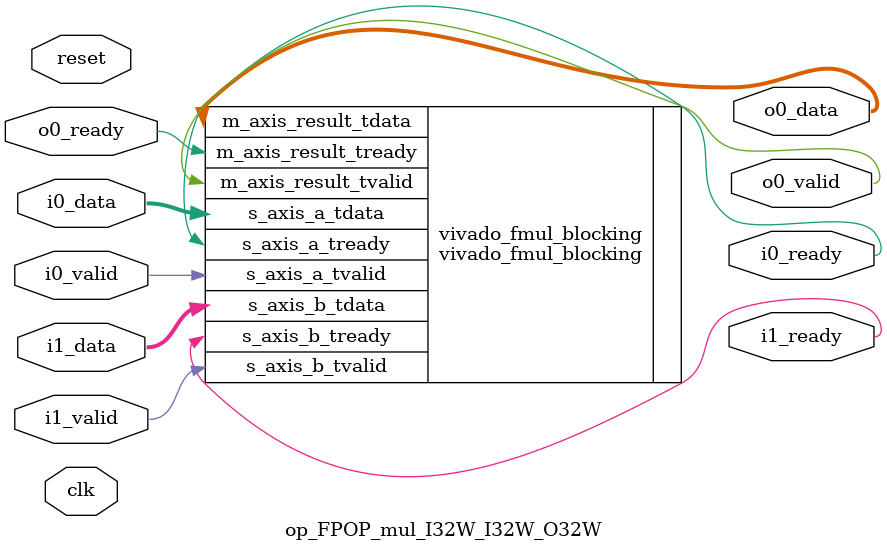
<source format=sv>
module op_FPOP_mul_I32W_I32W_O32W(	// git/chisel-template/src/main/scala/hls_float/hls_float.scala:187:7
  output        i0_ready,	// git/chisel-template/src/main/scala/hls_float/hls_float.scala:188:16
  input         i0_valid,	// git/chisel-template/src/main/scala/hls_float/hls_float.scala:188:16
  input  [31:0] i0_data,	// git/chisel-template/src/main/scala/hls_float/hls_float.scala:188:16
  output        i1_ready,	// git/chisel-template/src/main/scala/hls_float/hls_float.scala:189:16
  input         i1_valid,	// git/chisel-template/src/main/scala/hls_float/hls_float.scala:189:16
  input  [31:0] i1_data,	// git/chisel-template/src/main/scala/hls_float/hls_float.scala:189:16
  input         o0_ready,	// git/chisel-template/src/main/scala/hls_float/hls_float.scala:190:16
  output        o0_valid,	// git/chisel-template/src/main/scala/hls_float/hls_float.scala:190:16
  output [31:0] o0_data,	// git/chisel-template/src/main/scala/hls_float/hls_float.scala:190:16
  input         clk,	// git/chisel-template/src/main/scala/hls_float/hls_float.scala:191:18
                reset	// git/chisel-template/src/main/scala/hls_float/hls_float.scala:192:19
);

  vivado_fmul_blocking vivado_fmul_blocking (	// git/chisel-template/src/main/scala/hls_float/hls_float.scala:194:21
    .s_axis_a_tvalid      (i0_valid),
    .s_axis_a_tready      (i0_ready),
    .s_axis_a_tdata       (i0_data),
    .s_axis_b_tvalid      (i1_valid),
    .s_axis_b_tready      (i1_ready),
    .s_axis_b_tdata       (i1_data),
    .m_axis_result_tvalid (o0_valid),
    .m_axis_result_tready (o0_ready),
    .m_axis_result_tdata  (o0_data)
  );	// git/chisel-template/src/main/scala/hls_float/hls_float.scala:194:21
endmodule



</source>
